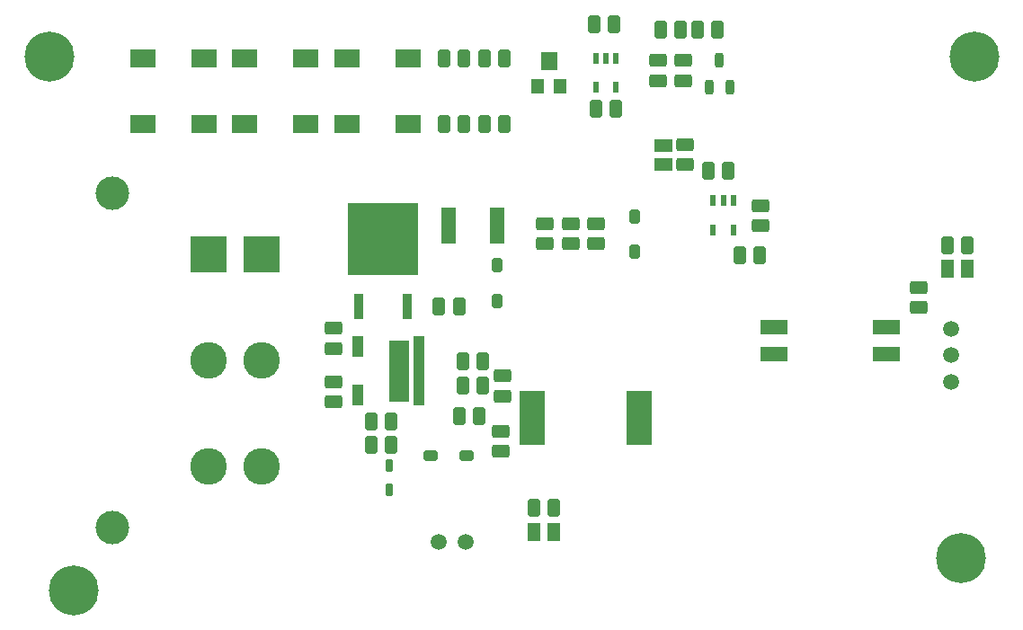
<source format=gts>
G04*
G04 #@! TF.GenerationSoftware,Altium Limited,Altium Designer,23.8.1 (32)*
G04*
G04 Layer_Color=8388736*
%FSLAX25Y25*%
%MOIN*%
G70*
G04*
G04 #@! TF.SameCoordinates,BB991CD9-E61E-4A70-A8D9-3A71C13EE87A*
G04*
G04*
G04 #@! TF.FilePolarity,Negative*
G04*
G01*
G75*
%ADD15R,0.09843X0.05200*%
%ADD19R,0.02000X0.03850*%
%ADD23R,0.06300X0.06700*%
%ADD24R,0.04700X0.05500*%
%ADD25R,0.09700X0.06700*%
%ADD26R,0.05700X0.13600*%
%ADD29R,0.09500X0.20500*%
%ADD30R,0.03700X0.09800*%
%ADD31R,0.26200X0.26800*%
G04:AMPARAMS|DCode=33|XSize=55.64mil|YSize=36.74mil|CornerRadius=6.59mil|HoleSize=0mil|Usage=FLASHONLY|Rotation=270.000|XOffset=0mil|YOffset=0mil|HoleType=Round|Shape=RoundedRectangle|*
%AMROUNDEDRECTD33*
21,1,0.05564,0.02357,0,0,270.0*
21,1,0.04247,0.03674,0,0,270.0*
1,1,0.01317,-0.01178,-0.02123*
1,1,0.01317,-0.01178,0.02123*
1,1,0.01317,0.01178,0.02123*
1,1,0.01317,0.01178,-0.02123*
%
%ADD33ROUNDEDRECTD33*%
%ADD34R,0.03950X0.02572*%
%ADD35R,0.07808X0.23162*%
G04:AMPARAMS|DCode=36|XSize=47.37mil|YSize=63.91mil|CornerRadius=8.92mil|HoleSize=0mil|Usage=FLASHONLY|Rotation=0.000|XOffset=0mil|YOffset=0mil|HoleType=Round|Shape=RoundedRectangle|*
%AMROUNDEDRECTD36*
21,1,0.04737,0.04606,0,0,0.0*
21,1,0.02953,0.06391,0,0,0.0*
1,1,0.01784,0.01476,-0.02303*
1,1,0.01784,-0.01476,-0.02303*
1,1,0.01784,-0.01476,0.02303*
1,1,0.01784,0.01476,0.02303*
%
%ADD36ROUNDEDRECTD36*%
G04:AMPARAMS|DCode=37|XSize=47.37mil|YSize=63.91mil|CornerRadius=8.92mil|HoleSize=0mil|Usage=FLASHONLY|Rotation=270.000|XOffset=0mil|YOffset=0mil|HoleType=Round|Shape=RoundedRectangle|*
%AMROUNDEDRECTD37*
21,1,0.04737,0.04606,0,0,270.0*
21,1,0.02953,0.06391,0,0,270.0*
1,1,0.01784,-0.02303,-0.01476*
1,1,0.01784,-0.02303,0.01476*
1,1,0.01784,0.02303,0.01476*
1,1,0.01784,0.02303,-0.01476*
%
%ADD37ROUNDEDRECTD37*%
G04:AMPARAMS|DCode=38|XSize=55.64mil|YSize=31.23mil|CornerRadius=9.81mil|HoleSize=0mil|Usage=FLASHONLY|Rotation=270.000|XOffset=0mil|YOffset=0mil|HoleType=Round|Shape=RoundedRectangle|*
%AMROUNDEDRECTD38*
21,1,0.05564,0.01161,0,0,270.0*
21,1,0.03602,0.03123,0,0,270.0*
1,1,0.01961,-0.00581,-0.01801*
1,1,0.01961,-0.00581,0.01801*
1,1,0.01961,0.00581,0.01801*
1,1,0.01961,0.00581,-0.01801*
%
%ADD38ROUNDEDRECTD38*%
%ADD39R,0.06509X0.05131*%
%ADD40R,0.05131X0.06509*%
G04:AMPARAMS|DCode=41|XSize=55.64mil|YSize=36.74mil|CornerRadius=6.59mil|HoleSize=0mil|Usage=FLASHONLY|Rotation=0.000|XOffset=0mil|YOffset=0mil|HoleType=Round|Shape=RoundedRectangle|*
%AMROUNDEDRECTD41*
21,1,0.05564,0.02357,0,0,0.0*
21,1,0.04247,0.03674,0,0,0.0*
1,1,0.01317,0.02123,-0.01178*
1,1,0.01317,-0.02123,-0.01178*
1,1,0.01317,-0.02123,0.01178*
1,1,0.01317,0.02123,0.01178*
%
%ADD41ROUNDEDRECTD41*%
G04:AMPARAMS|DCode=42|XSize=48.55mil|YSize=28.47mil|CornerRadius=6.56mil|HoleSize=0mil|Usage=FLASHONLY|Rotation=90.000|XOffset=0mil|YOffset=0mil|HoleType=Round|Shape=RoundedRectangle|*
%AMROUNDEDRECTD42*
21,1,0.04855,0.01535,0,0,90.0*
21,1,0.03543,0.02847,0,0,90.0*
1,1,0.01312,0.00768,0.01772*
1,1,0.01312,0.00768,-0.01772*
1,1,0.01312,-0.00768,-0.01772*
1,1,0.01312,-0.00768,0.01772*
%
%ADD42ROUNDEDRECTD42*%
%ADD43C,0.05900*%
%ADD44C,0.18517*%
%ADD45R,0.13592X0.13592*%
%ADD46C,0.13592*%
%ADD47C,0.12411*%
D15*
X340879Y109823D02*
D03*
Y99823D02*
D03*
X299279Y109823D02*
D03*
Y99823D02*
D03*
D19*
X284252Y156556D02*
D03*
X280512D02*
D03*
X276772D02*
D03*
Y145806D02*
D03*
X284252D02*
D03*
X240748Y209509D02*
D03*
X237008D02*
D03*
X233268D02*
D03*
Y198759D02*
D03*
X240748D02*
D03*
D23*
X215945Y208295D02*
D03*
D24*
X220079Y199016D02*
D03*
X211811D02*
D03*
D25*
X125745Y209283D02*
D03*
X103145D02*
D03*
X87945D02*
D03*
X65345D02*
D03*
X103145Y185117D02*
D03*
X125745D02*
D03*
X140945Y185116D02*
D03*
X163545D02*
D03*
Y209283D02*
D03*
X140945D02*
D03*
X65345Y185117D02*
D03*
X87945D02*
D03*
D26*
X196662Y147500D02*
D03*
X178762D02*
D03*
D29*
X249412Y76000D02*
D03*
X209712D02*
D03*
D30*
X163228Y117300D02*
D03*
X145196D02*
D03*
D31*
X154212Y142500D02*
D03*
D33*
X247812Y150814D02*
D03*
Y137586D02*
D03*
X196712Y119386D02*
D03*
Y132614D02*
D03*
D34*
X167729Y105016D02*
D03*
Y102457D02*
D03*
Y99898D02*
D03*
Y97339D02*
D03*
Y94780D02*
D03*
Y92220D02*
D03*
Y89661D02*
D03*
Y87102D02*
D03*
Y84543D02*
D03*
Y81984D02*
D03*
X144894D02*
D03*
Y84543D02*
D03*
Y87102D02*
D03*
Y105016D02*
D03*
Y102457D02*
D03*
Y99898D02*
D03*
D35*
X160312Y93500D02*
D03*
D36*
X177028Y209449D02*
D03*
X184390D02*
D03*
X192028D02*
D03*
X199390D02*
D03*
X271050Y220117D02*
D03*
X278412D02*
D03*
X257212D02*
D03*
X264574D02*
D03*
X232598Y222047D02*
D03*
X239961D02*
D03*
X233327Y190650D02*
D03*
X240689D02*
D03*
X274862Y167815D02*
D03*
X282224D02*
D03*
X286575Y136417D02*
D03*
X293937D02*
D03*
X210231Y42600D02*
D03*
X217593D02*
D03*
X184390Y185138D02*
D03*
X177028D02*
D03*
X175131Y117300D02*
D03*
X182493D02*
D03*
X189912Y76800D02*
D03*
X182550D02*
D03*
X191487Y87900D02*
D03*
X184124D02*
D03*
Y97000D02*
D03*
X191487D02*
D03*
X371040Y140000D02*
D03*
X363678D02*
D03*
X157474Y74700D02*
D03*
X150112D02*
D03*
X157474Y66200D02*
D03*
X150112D02*
D03*
X199390Y185138D02*
D03*
X192028D02*
D03*
D37*
X265551Y201201D02*
D03*
Y208563D02*
D03*
X256299D02*
D03*
Y201201D02*
D03*
X266161Y169976D02*
D03*
Y177339D02*
D03*
X233412Y140617D02*
D03*
Y147980D02*
D03*
X294390Y147362D02*
D03*
Y154724D02*
D03*
X223862Y140617D02*
D03*
Y147980D02*
D03*
X214312Y140617D02*
D03*
Y147980D02*
D03*
X198812Y91562D02*
D03*
Y84200D02*
D03*
X197933Y63740D02*
D03*
Y71102D02*
D03*
X352939Y116938D02*
D03*
Y124300D02*
D03*
X135827Y82119D02*
D03*
Y89481D02*
D03*
Y109232D02*
D03*
Y101870D02*
D03*
D38*
X275394Y198681D02*
D03*
X282874D02*
D03*
X279134Y208563D02*
D03*
D39*
X258161Y177201D02*
D03*
Y170114D02*
D03*
D40*
X217555Y33700D02*
D03*
X210469D02*
D03*
X363816Y131300D02*
D03*
X370902D02*
D03*
D41*
X172083Y62000D02*
D03*
X185312D02*
D03*
D42*
X156712Y58528D02*
D03*
Y49472D02*
D03*
D43*
X364939Y109200D02*
D03*
Y99357D02*
D03*
Y89514D02*
D03*
X184843Y30020D02*
D03*
X175000D02*
D03*
D44*
X368602Y23917D02*
D03*
X373500Y210000D02*
D03*
X39567Y12205D02*
D03*
X30620Y210000D02*
D03*
D45*
X109252Y136713D02*
D03*
X89567D02*
D03*
D46*
X109252Y97343D02*
D03*
X89567D02*
D03*
X109252Y57972D02*
D03*
X89567D02*
D03*
D47*
X54134Y35413D02*
D03*
Y159272D02*
D03*
M02*

</source>
